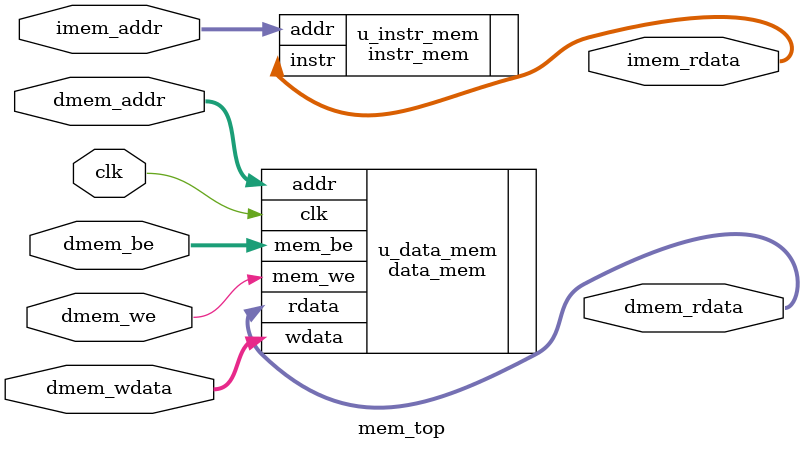
<source format=v>
module mem_top (
    input  wire         clk,

    // Interfaz a memoria de instrucciones
    input  wire [31:0]  imem_addr,
    output wire [31:0]  imem_rdata,

    // Interfaz a memoria de datos
    input  wire         dmem_we,
    input  wire [3:0]   dmem_be,
    input  wire [31:0]  dmem_addr,
    input  wire [31:0]  dmem_wdata,
    output wire [31:0]  dmem_rdata
);

    // -----------------------------
    // Instruction ROM
    // -----------------------------
    instr_mem u_instr_mem (
        .addr  (imem_addr),
        .instr (imem_rdata)
    );

    // -----------------------------
    // Data RAM
    // -----------------------------
    data_mem u_data_mem (
        .clk    (clk),
        .mem_we (dmem_we),
        .mem_be (dmem_be),
        .addr   (dmem_addr),
        .wdata  (dmem_wdata),
        .rdata  (dmem_rdata)
    );

endmodule

</source>
